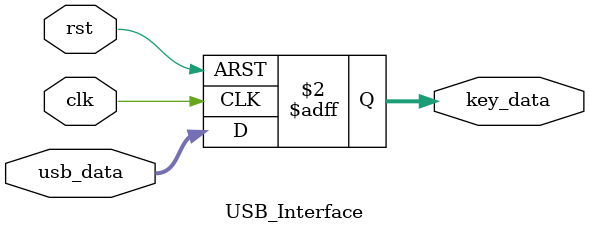
<source format=v>
module USB_Interface (
  input wire clk,
  input wire rst,
  input wire [7:0] usb_data,  // Data coming from USB Host Controller
  output reg [7:0] key_data   // Decoded key data
);

  always @(posedge clk or posedge rst) begin
      if (rst) begin
          key_data <= 8'd0;
      end
      else begin
          // USB HID protocol sends keypress data
          // Assume usb_data contains valid keypress data in 8-bit format
          key_data <= usb_data;
      end
  end
endmodule

</source>
